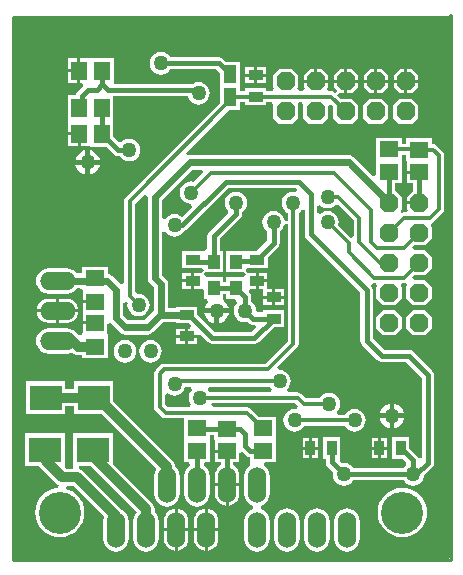
<source format=gbl>
%FSLAX44Y44*%
%MOMM*%
G71*
G01*
G75*
G04 Layer_Physical_Order=2*
G04 Layer_Color=16711680*
%ADD10R,0.5588X1.2700*%
%ADD11R,1.2700X0.5588*%
%ADD12R,2.5146X3.5052*%
%ADD13R,3.5052X2.5146*%
%ADD14R,1.3208X1.6002*%
%ADD15R,1.2192X1.2192*%
%ADD16R,0.6604X2.0320*%
%ADD17R,1.2192X1.2192*%
%ADD18R,2.0066X1.5240*%
%ADD19R,2.0066X3.8100*%
%ADD20R,1.6002X1.3208*%
%ADD21C,0.8128*%
%ADD22C,0.4064*%
%ADD23C,0.3048*%
%ADD24C,0.3050*%
%ADD25C,0.4060*%
%ADD26C,0.2540*%
G04:AMPARAMS|DCode=27|XSize=1.524mm|YSize=1.524mm|CornerRadius=0mm|HoleSize=0mm|Usage=FLASHONLY|Rotation=0.000|XOffset=0mm|YOffset=0mm|HoleType=Round|Shape=Octagon|*
%AMOCTAGOND27*
4,1,8,0.7620,-0.3810,0.7620,0.3810,0.3810,0.7620,-0.3810,0.7620,-0.7620,0.3810,-0.7620,-0.3810,-0.3810,-0.7620,0.3810,-0.7620,0.7620,-0.3810,0.0*
%
%ADD27OCTAGOND27*%

%ADD28O,3.0480X1.5240*%
%ADD29O,1.5240X3.0480*%
G04:AMPARAMS|DCode=30|XSize=1.524mm|YSize=1.524mm|CornerRadius=0mm|HoleSize=0mm|Usage=FLASHONLY|Rotation=270.000|XOffset=0mm|YOffset=0mm|HoleType=Round|Shape=Octagon|*
%AMOCTAGOND30*
4,1,8,-0.3810,-0.7620,0.3810,-0.7620,0.7620,-0.3810,0.7620,0.3810,0.3810,0.7620,-0.3810,0.7620,-0.7620,0.3810,-0.7620,-0.3810,-0.3810,-0.7620,0.0*
%
%ADD30OCTAGOND30*%

%ADD31C,3.5560*%
%ADD32C,1.2700*%
%ADD33R,0.8128X1.2192*%
%ADD34R,1.2192X0.8128*%
%ADD35R,1.0160X1.5240*%
%ADD36R,1.0160X1.2192*%
%ADD37R,2.7432X2.1590*%
%ADD38C,0.6096*%
G36*
X370000Y1796D02*
X368204Y-0D01*
X-0Y-0D01*
X-0Y460000D01*
X185000Y460000D01*
X370000D01*
Y1796D01*
D02*
G37*
%LPC*%
G36*
X324104Y211328D02*
X313436D01*
X308102Y205994D01*
Y195326D01*
X313436Y189992D01*
X324104D01*
X329438Y195326D01*
Y205994D01*
X324104Y211328D01*
D02*
G37*
G36*
X155956Y187850D02*
X148590D01*
Y182516D01*
X155956D01*
Y187850D01*
D02*
G37*
G36*
X146050Y195724D02*
X138684D01*
Y190390D01*
X146050D01*
Y195724D01*
D02*
G37*
G36*
X349504Y211328D02*
X338836D01*
X333502Y205994D01*
Y195326D01*
X338836Y189992D01*
X349504D01*
X354838Y195326D01*
Y205994D01*
X349504Y211328D01*
D02*
G37*
G36*
X95250Y186009D02*
X92797Y185686D01*
X90511Y184739D01*
X88547Y183233D01*
X87041Y181269D01*
X86094Y178983D01*
X85771Y176530D01*
X86094Y174077D01*
X87041Y171791D01*
X88547Y169827D01*
X90511Y168321D01*
X92797Y167374D01*
X95250Y167051D01*
X97703Y167374D01*
X99990Y168321D01*
X101953Y169827D01*
X103459Y171791D01*
X104406Y174077D01*
X104729Y176530D01*
X104406Y178983D01*
X103459Y181269D01*
X101953Y183233D01*
X99990Y184739D01*
X97703Y185686D01*
X95250Y186009D01*
D02*
G37*
G36*
X85344Y151257D02*
X51816D01*
Y144587D01*
X44704D01*
Y151257D01*
X11176D01*
Y123571D01*
X44704D01*
Y130241D01*
X51816D01*
Y123571D01*
X75834D01*
X122105Y77300D01*
X121491Y76500D01*
X120417Y73905D01*
X120050Y71120D01*
Y55880D01*
X120417Y53095D01*
X121491Y50500D01*
X123202Y48271D01*
X125430Y46561D01*
X128025Y45487D01*
X130810Y45120D01*
X133595Y45487D01*
X136190Y46561D01*
X138419Y48271D01*
X140128Y50500D01*
X141203Y53095D01*
X141570Y55880D01*
Y71120D01*
X141203Y73905D01*
X140128Y76500D01*
X138419Y78728D01*
X137936Y79099D01*
X137739Y80597D01*
X137381Y81462D01*
X137022Y82327D01*
X135882Y83812D01*
X85344Y134351D01*
Y151257D01*
D02*
G37*
G36*
X146050Y187850D02*
X138684D01*
Y182516D01*
X146050D01*
Y187850D01*
D02*
G37*
G36*
X116840Y186009D02*
X114387Y185686D01*
X112100Y184739D01*
X110137Y183233D01*
X108631Y181269D01*
X107684Y178983D01*
X107361Y176530D01*
X107684Y174077D01*
X108631Y171791D01*
X110137Y169827D01*
X112100Y168321D01*
X114387Y167374D01*
X116840Y167051D01*
X119293Y167374D01*
X121580Y168321D01*
X123543Y169827D01*
X125049Y171791D01*
X125996Y174077D01*
X126319Y176530D01*
X125996Y178983D01*
X125049Y181269D01*
X123543Y183233D01*
X121580Y184739D01*
X119293Y185686D01*
X116840Y186009D01*
D02*
G37*
G36*
X36830Y209550D02*
X20399D01*
X20582Y208168D01*
X21605Y205696D01*
X23234Y203574D01*
X25356Y201945D01*
X27828Y200921D01*
X30480Y200572D01*
X36830D01*
Y209550D01*
D02*
G37*
G36*
Y221068D02*
X30480D01*
X27828Y220718D01*
X25356Y219695D01*
X23234Y218066D01*
X21605Y215944D01*
X20582Y213472D01*
X20399Y212090D01*
X36830D01*
Y221068D01*
D02*
G37*
G36*
X162560Y24130D02*
X153582D01*
Y17780D01*
X153932Y15128D01*
X154955Y12656D01*
X156584Y10534D01*
X158706Y8905D01*
X161178Y7882D01*
X162560Y7699D01*
Y24130D01*
D02*
G37*
G36*
X219710Y221090D02*
X212344D01*
Y215756D01*
X219710D01*
Y221090D01*
D02*
G37*
G36*
X45720Y221068D02*
X39370D01*
Y212090D01*
X55800D01*
X55619Y213472D01*
X54595Y215944D01*
X52966Y218066D01*
X50844Y219695D01*
X48372Y220718D01*
X45720Y221068D01*
D02*
G37*
G36*
X55800Y209550D02*
X39370D01*
Y200572D01*
X45720D01*
X48372Y200921D01*
X50844Y201945D01*
X52966Y203574D01*
X54595Y205696D01*
X55619Y208168D01*
X55800Y209550D01*
D02*
G37*
G36*
X229616Y221090D02*
X222250D01*
Y215756D01*
X229616D01*
Y221090D01*
D02*
G37*
G36*
X174078Y24130D02*
X165100D01*
Y7699D01*
X166482Y7882D01*
X168954Y8905D01*
X171076Y10534D01*
X172705Y12656D01*
X173729Y15128D01*
X174078Y17780D01*
Y24130D01*
D02*
G37*
G36*
X330000Y60929D02*
X325917Y60527D01*
X321991Y59336D01*
X318373Y57402D01*
X315201Y54799D01*
X312598Y51627D01*
X310664Y48009D01*
X309473Y44083D01*
X309071Y40000D01*
X309473Y35917D01*
X310664Y31991D01*
X312598Y28373D01*
X315201Y25201D01*
X318373Y22598D01*
X321991Y20664D01*
X325917Y19473D01*
X330000Y19071D01*
X334083Y19473D01*
X338009Y20664D01*
X341627Y22598D01*
X344799Y25201D01*
X347402Y28373D01*
X349336Y31991D01*
X350527Y35917D01*
X350929Y40000D01*
X350527Y44083D01*
X349336Y48009D01*
X347402Y51627D01*
X344799Y54799D01*
X341627Y57402D01*
X338009Y59336D01*
X334083Y60527D01*
X330000Y60929D01*
D02*
G37*
G36*
X137160Y43101D02*
X135778Y42919D01*
X133306Y41895D01*
X131184Y40266D01*
X129555Y38144D01*
X128532Y35672D01*
X128182Y33020D01*
Y26670D01*
X137160D01*
Y43101D01*
D02*
G37*
G36*
X258791Y93230D02*
X253457D01*
Y85864D01*
X258791D01*
Y93230D01*
D02*
G37*
G36*
X250917D02*
X245583D01*
Y85864D01*
X250917D01*
Y93230D01*
D02*
G37*
G36*
X317211D02*
X311877D01*
Y85864D01*
X317211D01*
Y93230D01*
D02*
G37*
G36*
X309337D02*
X304003D01*
Y85864D01*
X309337D01*
Y93230D01*
D02*
G37*
G36*
X85090Y107061D02*
X51562D01*
Y79563D01*
X51562Y79375D01*
X51107Y77023D01*
X44905D01*
X44450Y79375D01*
X44450Y79375D01*
X44450Y79375D01*
Y107061D01*
X10922D01*
Y79375D01*
X22445D01*
X23122Y78494D01*
X36838Y64778D01*
X38323Y63638D01*
X39188Y63279D01*
X38567Y60788D01*
X35917Y60527D01*
X31991Y59336D01*
X28373Y57402D01*
X25201Y54799D01*
X22598Y51627D01*
X20664Y48009D01*
X19473Y44083D01*
X19071Y40000D01*
X19473Y35917D01*
X20664Y31991D01*
X22598Y28373D01*
X25201Y25201D01*
X28373Y22598D01*
X31991Y20664D01*
X35917Y19473D01*
X40000Y19071D01*
X44083Y19473D01*
X48009Y20664D01*
X51627Y22598D01*
X54799Y25201D01*
X57402Y28373D01*
X59336Y31991D01*
X60527Y35917D01*
X60929Y40000D01*
X60527Y44083D01*
X59336Y48009D01*
X57402Y51627D01*
X54799Y54799D01*
X51627Y57402D01*
X48009Y59336D01*
X45369Y60137D01*
X45746Y62677D01*
X51639D01*
X77610Y36706D01*
X77237Y35805D01*
X76870Y33020D01*
Y17780D01*
X77237Y14995D01*
X78312Y12400D01*
X80021Y10172D01*
X82250Y8461D01*
X84845Y7387D01*
X87630Y7020D01*
X90415Y7387D01*
X93010Y8461D01*
X95239Y10172D01*
X96948Y12400D01*
X98023Y14995D01*
X98390Y17780D01*
Y33020D01*
X98023Y35805D01*
X96948Y38400D01*
X95239Y40628D01*
X93010Y42339D01*
X91740Y42864D01*
X59682Y74922D01*
X58197Y76062D01*
X56973Y76569D01*
X56467Y76779D01*
X56041Y76835D01*
X56207Y79375D01*
X66690D01*
X105422Y40643D01*
X105421Y40628D01*
X103712Y38400D01*
X102637Y35805D01*
X102270Y33020D01*
Y17780D01*
X102637Y14995D01*
X103712Y12400D01*
X105421Y10172D01*
X107650Y8461D01*
X110245Y7387D01*
X113030Y7020D01*
X115815Y7387D01*
X118410Y8461D01*
X120639Y10172D01*
X122348Y12400D01*
X123423Y14995D01*
X123790Y17780D01*
Y33020D01*
X123423Y35805D01*
X122348Y38400D01*
X120639Y40628D01*
X120203Y40962D01*
Y43180D01*
X119959Y45037D01*
X119749Y45543D01*
X119242Y46767D01*
X118102Y48252D01*
X85090Y81265D01*
Y107061D01*
D02*
G37*
G36*
X165100Y43101D02*
Y26670D01*
X174078D01*
Y33020D01*
X173729Y35672D01*
X172705Y38144D01*
X171076Y40266D01*
X168954Y41895D01*
X166482Y42919D01*
X165100Y43101D01*
D02*
G37*
G36*
X162560D02*
X161178Y42919D01*
X158706Y41895D01*
X156584Y40266D01*
X154955Y38144D01*
X153932Y35672D01*
X153582Y33020D01*
Y26670D01*
X162560D01*
Y43101D01*
D02*
G37*
G36*
X191858Y62230D02*
X182880D01*
Y45799D01*
X184262Y45981D01*
X186734Y47005D01*
X188856Y48634D01*
X190485Y50756D01*
X191509Y53228D01*
X191858Y55880D01*
Y62230D01*
D02*
G37*
G36*
X180340D02*
X171362D01*
Y55880D01*
X171712Y53228D01*
X172735Y50756D01*
X174364Y48634D01*
X176486Y47005D01*
X178958Y45981D01*
X180340Y45799D01*
Y62230D01*
D02*
G37*
G36*
X319278Y132156D02*
X318591Y132066D01*
X316058Y131017D01*
X313883Y129347D01*
X312213Y127172D01*
X311164Y124639D01*
X311074Y123952D01*
X319278D01*
Y132156D01*
D02*
G37*
G36*
X331546Y119888D02*
X323342D01*
Y111684D01*
X324029Y111774D01*
X326562Y112823D01*
X328737Y114493D01*
X330407Y116668D01*
X331456Y119201D01*
X331546Y119888D01*
D02*
G37*
G36*
X139700Y43101D02*
Y26670D01*
X148678D01*
Y33020D01*
X148329Y35672D01*
X147305Y38144D01*
X145676Y40266D01*
X143554Y41895D01*
X141082Y42919D01*
X139700Y43101D01*
D02*
G37*
G36*
X323342Y132156D02*
Y123952D01*
X331546D01*
X331456Y124639D01*
X330407Y127172D01*
X328737Y129347D01*
X326562Y131017D01*
X324029Y132066D01*
X323342Y132156D01*
D02*
G37*
G36*
X319278Y119888D02*
X311074D01*
X311164Y119201D01*
X312213Y116668D01*
X313883Y114493D01*
X316058Y112823D01*
X318591Y111774D01*
X319278Y111684D01*
Y119888D01*
D02*
G37*
G36*
X258791Y103136D02*
X253457D01*
Y95770D01*
X258791D01*
Y103136D01*
D02*
G37*
G36*
X250917D02*
X245583D01*
Y95770D01*
X250917D01*
Y103136D01*
D02*
G37*
G36*
X317211D02*
X311877D01*
Y95770D01*
X317211D01*
Y103136D01*
D02*
G37*
G36*
X309337D02*
X304003D01*
Y95770D01*
X309337D01*
Y103136D01*
D02*
G37*
G36*
X214376Y409050D02*
X207010D01*
Y403716D01*
X214376D01*
Y409050D01*
D02*
G37*
G36*
X204470D02*
X197104D01*
Y403716D01*
X204470D01*
Y409050D01*
D02*
G37*
G36*
X261620Y415290D02*
X257810D01*
Y406400D01*
X266700D01*
Y410210D01*
X261620Y415290D01*
D02*
G37*
G36*
X255270D02*
X251460D01*
X246380Y410210D01*
Y406400D01*
X255270D01*
Y415290D01*
D02*
G37*
G36*
X54610Y412750D02*
X46736D01*
Y403479D01*
X54610D01*
Y412750D01*
D02*
G37*
G36*
X317500Y403860D02*
X308610D01*
Y394970D01*
X312420D01*
X317500Y400050D01*
Y403860D01*
D02*
G37*
G36*
X306070D02*
X297180D01*
Y400050D01*
X302260Y394970D01*
X306070D01*
Y403860D01*
D02*
G37*
G36*
X342900D02*
X334010D01*
Y394970D01*
X337820D01*
X342900Y400050D01*
Y403860D01*
D02*
G37*
G36*
X331470D02*
X322580D01*
Y400050D01*
X327660Y394970D01*
X331470D01*
Y403860D01*
D02*
G37*
G36*
X204470Y416924D02*
X197104D01*
Y411590D01*
X204470D01*
Y416924D01*
D02*
G37*
G36*
X337820Y415290D02*
X334010D01*
Y406400D01*
X342900D01*
Y410210D01*
X337820Y415290D01*
D02*
G37*
G36*
X54610Y424561D02*
X46736D01*
Y415290D01*
X54610D01*
Y424561D01*
D02*
G37*
G36*
X214376Y416924D02*
X207010D01*
Y411590D01*
X214376D01*
Y416924D01*
D02*
G37*
G36*
X331470Y415290D02*
X327660D01*
X322580Y410210D01*
Y406400D01*
X331470D01*
Y415290D01*
D02*
G37*
G36*
X287020D02*
X283210D01*
Y406400D01*
X292100D01*
Y410210D01*
X287020Y415290D01*
D02*
G37*
G36*
X280670D02*
X276860D01*
X271780Y410210D01*
Y406400D01*
X280670D01*
Y415290D01*
D02*
G37*
G36*
X312420D02*
X308610D01*
Y406400D01*
X317500D01*
Y410210D01*
X312420Y415290D01*
D02*
G37*
G36*
X306070D02*
X302260D01*
X297180Y410210D01*
Y406400D01*
X306070D01*
Y415290D01*
D02*
G37*
G36*
X257810Y43780D02*
X255025Y43413D01*
X252430Y42339D01*
X250201Y40628D01*
X248491Y38400D01*
X247417Y35805D01*
X247050Y33020D01*
Y17780D01*
X247417Y14995D01*
X248491Y12400D01*
X250201Y10172D01*
X252430Y8461D01*
X255025Y7387D01*
X257810Y7020D01*
X260595Y7387D01*
X263190Y8461D01*
X265418Y10172D01*
X267129Y12400D01*
X268203Y14995D01*
X268570Y17780D01*
Y33020D01*
X268203Y35805D01*
X267129Y38400D01*
X265418Y40628D01*
X263190Y42339D01*
X260595Y43413D01*
X257810Y43780D01*
D02*
G37*
G36*
X283210D02*
X280425Y43413D01*
X277830Y42339D01*
X275602Y40628D01*
X273892Y38400D01*
X272817Y35805D01*
X272450Y33020D01*
Y17780D01*
X272817Y14995D01*
X273892Y12400D01*
X275602Y10172D01*
X277830Y8461D01*
X280425Y7387D01*
X283210Y7020D01*
X285995Y7387D01*
X288590Y8461D01*
X290819Y10172D01*
X292528Y12400D01*
X293603Y14995D01*
X293970Y17780D01*
Y33020D01*
X293603Y35805D01*
X292528Y38400D01*
X290819Y40628D01*
X288590Y42339D01*
X285995Y43413D01*
X283210Y43780D01*
D02*
G37*
G36*
X61468Y334518D02*
X53264D01*
X53354Y333831D01*
X54403Y331298D01*
X56073Y329123D01*
X58248Y327453D01*
X60781Y326404D01*
X61468Y326314D01*
Y334518D01*
D02*
G37*
G36*
X232410Y43780D02*
X229625Y43413D01*
X227030Y42339D01*
X224802Y40628D01*
X223092Y38400D01*
X222017Y35805D01*
X221650Y33020D01*
Y17780D01*
X222017Y14995D01*
X223092Y12400D01*
X224802Y10172D01*
X227030Y8461D01*
X229625Y7387D01*
X232410Y7020D01*
X235195Y7387D01*
X237790Y8461D01*
X240019Y10172D01*
X241728Y12400D01*
X242803Y14995D01*
X243170Y17780D01*
Y33020D01*
X242803Y35805D01*
X241728Y38400D01*
X240019Y40628D01*
X237790Y42339D01*
X235195Y43413D01*
X232410Y43780D01*
D02*
G37*
G36*
X208280Y242714D02*
Y237380D01*
X215646D01*
Y242714D01*
X208280D01*
D02*
G37*
G36*
X229616Y228964D02*
X222250D01*
Y223630D01*
X229616D01*
Y228964D01*
D02*
G37*
G36*
X215646Y234840D02*
X208280D01*
Y229506D01*
X210028D01*
X212344Y228964D01*
X212344Y226966D01*
Y223630D01*
X219710D01*
Y228964D01*
X217962D01*
X215646Y229506D01*
X215646Y231504D01*
Y234840D01*
D02*
G37*
G36*
X137160Y24130D02*
X128182D01*
Y17780D01*
X128532Y15128D01*
X129555Y12656D01*
X131184Y10534D01*
X133306Y8905D01*
X135778Y7882D01*
X137160Y7699D01*
Y24130D01*
D02*
G37*
G36*
X148678D02*
X139700D01*
Y7699D01*
X141082Y7882D01*
X143554Y8905D01*
X145676Y10534D01*
X147305Y12656D01*
X148329Y15128D01*
X148678Y17780D01*
Y24130D01*
D02*
G37*
G36*
X338074Y390398D02*
X327406D01*
X322072Y385064D01*
Y374396D01*
X327406Y369062D01*
X338074D01*
X343408Y374396D01*
Y385064D01*
X338074Y390398D01*
D02*
G37*
G36*
X312674D02*
X302006D01*
X296672Y385064D01*
Y374396D01*
X302006Y369062D01*
X312674D01*
X318008Y374396D01*
Y385064D01*
X312674Y390398D01*
D02*
G37*
G36*
X292100Y403860D02*
X283210D01*
Y394970D01*
X287020D01*
X292100Y400050D01*
Y403860D01*
D02*
G37*
G36*
X66388Y425069D02*
X64058Y424561D01*
X63848D01*
X57150D01*
Y414020D01*
Y403479D01*
X58638D01*
X59264Y402491D01*
X59604Y400939D01*
X54757Y396092D01*
X53635Y394412D01*
X53417Y393319D01*
X46736D01*
Y371221D01*
X47244D01*
Y361950D01*
X56388D01*
Y360680D01*
X57658D01*
Y350139D01*
X65532D01*
X65888Y349631D01*
Y349631D01*
X79264D01*
X85597Y343298D01*
X87278Y342175D01*
X89260Y341781D01*
X90938D01*
X92107Y340257D01*
X94070Y338751D01*
X96357Y337804D01*
X98810Y337481D01*
X101263Y337804D01*
X103550Y338751D01*
X105513Y340257D01*
X107019Y342220D01*
X107966Y344507D01*
X108289Y346960D01*
X107966Y349413D01*
X107019Y351700D01*
X105513Y353663D01*
X103550Y355169D01*
X101263Y356116D01*
X98810Y356439D01*
X96357Y356116D01*
X94070Y355169D01*
X92107Y353663D01*
X90019Y353526D01*
X85192Y358353D01*
Y371221D01*
Y392331D01*
X148401D01*
X149271Y390230D01*
X150777Y388267D01*
X152740Y386761D01*
X155027Y385814D01*
X157480Y385491D01*
X159933Y385814D01*
X162220Y386761D01*
X164183Y388267D01*
X165689Y390230D01*
X166636Y392517D01*
X166959Y394970D01*
X166636Y397423D01*
X165689Y399710D01*
X164183Y401673D01*
X162220Y403179D01*
X159933Y404126D01*
X157480Y404449D01*
X155027Y404126D01*
X152740Y403179D01*
X152102Y402690D01*
X88115D01*
X85692Y402971D01*
Y425069D01*
X67354D01*
X66427Y425069D01*
X66388D01*
D02*
G37*
G36*
X125730Y429849D02*
X123277Y429526D01*
X120990Y428579D01*
X119027Y427073D01*
X117521Y425109D01*
X116574Y422823D01*
X116251Y420370D01*
X116574Y417917D01*
X117521Y415630D01*
X119027Y413667D01*
X120990Y412161D01*
X123277Y411214D01*
X125730Y410891D01*
X128183Y411214D01*
X130470Y412161D01*
X132433Y413667D01*
X133602Y415191D01*
X172607D01*
X176022Y411775D01*
Y400304D01*
Y387084D01*
X95764Y306826D01*
X94753Y305314D01*
X94694Y305018D01*
X94398Y303530D01*
Y234015D01*
X92565Y233227D01*
X91858Y233162D01*
X84405Y240615D01*
X82389Y241962D01*
X81994Y242041D01*
X80899Y242259D01*
Y248252D01*
X58801D01*
Y242435D01*
X54397D01*
X53328Y243829D01*
X51100Y245539D01*
X48505Y246613D01*
X45720Y246980D01*
X30480D01*
X27695Y246613D01*
X25100Y245539D01*
X22871Y243829D01*
X21161Y241600D01*
X20087Y239005D01*
X19720Y236220D01*
X20087Y233435D01*
X21161Y230840D01*
X22871Y228612D01*
X25100Y226901D01*
X27695Y225827D01*
X30480Y225460D01*
X45720D01*
X48505Y225827D01*
X51100Y226901D01*
X53328Y228612D01*
X54397Y230005D01*
X56699D01*
X58801Y228948D01*
X59301Y227606D01*
X59309Y227584D01*
X59309Y225044D01*
Y219710D01*
X69850D01*
Y217170D01*
X59309D01*
Y209296D01*
Y201930D01*
X69850D01*
Y199390D01*
X59309D01*
Y192692D01*
Y192481D01*
X58801Y190152D01*
X56261Y190104D01*
X55872Y190492D01*
X54419Y191608D01*
X53328Y193029D01*
X51100Y194739D01*
X48505Y195813D01*
X45720Y196180D01*
X30480D01*
X27695Y195813D01*
X25100Y194739D01*
X22871Y193029D01*
X21161Y190800D01*
X20087Y188205D01*
X19720Y185420D01*
X20087Y182635D01*
X21161Y180040D01*
X22871Y177812D01*
X25100Y176101D01*
X27695Y175027D01*
X30480Y174660D01*
X45720D01*
X48505Y175027D01*
X50304Y175772D01*
X50648Y175428D01*
X52133Y174288D01*
X53357Y173781D01*
X53863Y173571D01*
X55720Y173327D01*
X58801D01*
Y170848D01*
X80899D01*
Y189186D01*
X80899Y190113D01*
Y190152D01*
X80391Y192481D01*
Y192692D01*
Y199760D01*
X82931Y200530D01*
X83235Y200075D01*
X90855Y192455D01*
X92871Y191108D01*
X93266Y191029D01*
X95250Y190635D01*
X114300D01*
X116284Y191029D01*
X116679Y191108D01*
X118695Y192455D01*
X127289Y201049D01*
X138176D01*
Y200152D01*
X149393D01*
X151474Y198071D01*
X150502Y195724D01*
X148590D01*
Y190390D01*
X156245D01*
X158303Y191242D01*
X165247Y184298D01*
X166928Y183175D01*
X168910Y182780D01*
X204724D01*
X206706Y183175D01*
X208386Y184298D01*
X221193Y197104D01*
X230124D01*
Y211328D01*
X211836D01*
Y209394D01*
X207580D01*
X206329Y210820D01*
X206006Y213273D01*
X205059Y215560D01*
X203553Y217523D01*
X202027Y218693D01*
Y222680D01*
X201633Y224661D01*
X200511Y226341D01*
X199886Y226966D01*
X200938Y229506D01*
X205740D01*
Y236110D01*
Y242714D01*
X200471D01*
X199942Y242714D01*
X199741Y242733D01*
X199484Y242757D01*
X199484Y242757D01*
X198711Y242966D01*
X197666Y245190D01*
X197642Y245273D01*
X198594Y247142D01*
X216154D01*
Y256076D01*
X224641Y264563D01*
X225391Y265685D01*
X225763Y266243D01*
X226157Y268224D01*
Y271770D01*
X226159Y271780D01*
Y277878D01*
X227683Y279047D01*
X229189Y281010D01*
X230136Y283297D01*
X230288Y284454D01*
X232828Y284287D01*
Y184811D01*
X213969Y165952D01*
X128270D01*
X126782Y165656D01*
X126486Y165597D01*
X124974Y164586D01*
X121164Y160776D01*
X120153Y159264D01*
X120094Y158968D01*
X119798Y157480D01*
Y129540D01*
X120094Y128052D01*
X120153Y127756D01*
X121164Y126244D01*
X126244Y121164D01*
X127756Y120153D01*
X129540Y119798D01*
X145161D01*
Y101600D01*
Y82448D01*
X149276D01*
X150139Y79908D01*
X148602Y78728D01*
X146891Y76500D01*
X145817Y73905D01*
X145450Y71120D01*
Y55880D01*
X145817Y53095D01*
X146891Y50500D01*
X148602Y48271D01*
X150830Y46561D01*
X153425Y45487D01*
X156210Y45120D01*
X158995Y45487D01*
X161590Y46561D01*
X163818Y48271D01*
X165529Y50500D01*
X166603Y53095D01*
X166970Y55880D01*
Y71120D01*
X166603Y73905D01*
X165529Y76500D01*
X163818Y78728D01*
X162281Y79908D01*
X163144Y82448D01*
X167259D01*
Y101600D01*
Y105920D01*
X170561D01*
Y101448D01*
X170561D01*
X171069Y101092D01*
Y93218D01*
X181610D01*
Y90678D01*
X171069D01*
Y82804D01*
X176430D01*
Y79952D01*
X174364Y78366D01*
X172735Y76244D01*
X171712Y73772D01*
X171362Y71120D01*
Y64770D01*
X191858D01*
Y71120D01*
X191509Y73772D01*
X190485Y76244D01*
X188856Y78366D01*
X186789Y79952D01*
Y82804D01*
X192151D01*
Y90302D01*
X194691Y91354D01*
X197607Y88438D01*
X199288Y87315D01*
X201041Y86966D01*
Y82944D01*
X201041Y82453D01*
Y82448D01*
X200975Y79935D01*
X199401Y78728D01*
X197691Y76500D01*
X196617Y73905D01*
X196250Y71120D01*
Y55880D01*
X196617Y53095D01*
X197691Y50500D01*
X199401Y48271D01*
X201630Y46561D01*
X203565Y45760D01*
Y43140D01*
X201630Y42339D01*
X199401Y40628D01*
X197691Y38400D01*
X196617Y35805D01*
X196250Y33020D01*
Y17780D01*
X196617Y14995D01*
X197691Y12400D01*
X199401Y10172D01*
X201630Y8461D01*
X204225Y7387D01*
X207010Y7020D01*
X209795Y7387D01*
X212390Y8461D01*
X214618Y10172D01*
X216329Y12400D01*
X217403Y14995D01*
X217770Y17780D01*
Y33020D01*
X217403Y35805D01*
X216329Y38400D01*
X214618Y40628D01*
X212390Y42339D01*
X210455Y43140D01*
Y45760D01*
X212390Y46561D01*
X214618Y48271D01*
X216329Y50500D01*
X217403Y53095D01*
X217770Y55880D01*
Y71120D01*
X217403Y73905D01*
X216329Y76500D01*
X214618Y78728D01*
X213081Y79908D01*
X213944Y82448D01*
X223139D01*
Y101600D01*
Y120904D01*
X209030D01*
X202178Y127756D01*
X200666Y128767D01*
X200370Y128826D01*
X198882Y129122D01*
X169687D01*
X168276Y131662D01*
X168796Y132498D01*
X239369D01*
X241678Y130189D01*
X241180Y127489D01*
X240978Y127297D01*
X238760Y127589D01*
X236307Y127266D01*
X234021Y126319D01*
X232057Y124813D01*
X230551Y122850D01*
X229604Y120563D01*
X229281Y118110D01*
X229604Y115657D01*
X230551Y113371D01*
X232057Y111407D01*
X234021Y109901D01*
X236307Y108954D01*
X238760Y108631D01*
X241213Y108954D01*
X243500Y109901D01*
X245463Y111407D01*
X246969Y113371D01*
X247001Y113448D01*
X281318D01*
X281351Y113371D01*
X282857Y111407D01*
X284820Y109901D01*
X287107Y108954D01*
X289560Y108631D01*
X292013Y108954D01*
X294300Y109901D01*
X296263Y111407D01*
X297769Y113371D01*
X298716Y115657D01*
X299039Y118110D01*
X298716Y120563D01*
X297769Y122850D01*
X296263Y124813D01*
X294300Y126319D01*
X292013Y127266D01*
X289560Y127589D01*
X287107Y127266D01*
X284820Y126319D01*
X282857Y124813D01*
X281351Y122850D01*
X281318Y122772D01*
X275449D01*
X274587Y125312D01*
X274673Y125377D01*
X276179Y127340D01*
X277126Y129627D01*
X277449Y132080D01*
X277126Y134533D01*
X276179Y136819D01*
X274673Y138783D01*
X272710Y140289D01*
X270423Y141236D01*
X267970Y141559D01*
X265517Y141236D01*
X263230Y140289D01*
X261267Y138783D01*
X259761Y136819D01*
X259729Y136742D01*
X248311D01*
X244596Y140456D01*
X243084Y141467D01*
X242788Y141526D01*
X241300Y141822D01*
X233539D01*
X232677Y144362D01*
X232763Y144427D01*
X234269Y146390D01*
X235216Y148677D01*
X235539Y151130D01*
X235216Y153583D01*
X234269Y155870D01*
X232763Y157833D01*
X230800Y159339D01*
X228513Y160286D01*
X226060Y160609D01*
X225304Y160510D01*
X224118Y162915D01*
X240786Y179584D01*
X241797Y181096D01*
X242152Y182880D01*
Y294018D01*
X242229Y294051D01*
X244193Y295557D01*
X245011Y296623D01*
X247551Y295761D01*
Y275590D01*
X247945Y273608D01*
X249067Y271928D01*
X294541Y226455D01*
Y185420D01*
X294935Y183438D01*
X296057Y181758D01*
X308757Y169058D01*
X310438Y167935D01*
X312420Y167540D01*
X333135D01*
X346610Y154065D01*
Y86586D01*
X346396Y86489D01*
X343875Y86143D01*
X342752Y87824D01*
X335863Y94713D01*
Y103644D01*
X321639D01*
Y85356D01*
X330570D01*
X333378Y82548D01*
X333245Y79751D01*
X332387Y79093D01*
X331218Y77569D01*
X288542D01*
X287373Y79093D01*
X285410Y80599D01*
X283123Y81546D01*
X280670Y81869D01*
X279343Y81694D01*
X277331Y83613D01*
X277443Y85356D01*
X277443D01*
Y103644D01*
X263219D01*
Y85356D01*
X265151D01*
Y82440D01*
X265546Y80458D01*
X266668Y78777D01*
X271408Y74038D01*
X271191Y72390D01*
X271514Y69937D01*
X272461Y67650D01*
X273967Y65687D01*
X275931Y64181D01*
X278217Y63234D01*
X280670Y62911D01*
X283123Y63234D01*
X285410Y64181D01*
X287373Y65687D01*
X288542Y67210D01*
X331218D01*
X332387Y65687D01*
X334351Y64181D01*
X336637Y63234D01*
X339090Y62911D01*
X341543Y63234D01*
X343829Y64181D01*
X345793Y65687D01*
X347299Y67650D01*
X348246Y69937D01*
X348476Y71681D01*
X355452Y78658D01*
X356575Y80338D01*
X356969Y82320D01*
Y156210D01*
X356575Y158192D01*
X355452Y159873D01*
X338942Y176383D01*
X337262Y177505D01*
X335280Y177899D01*
X314565D01*
X304900Y187565D01*
Y228600D01*
X304505Y230582D01*
X303416Y232212D01*
X303507Y232432D01*
X304907Y234330D01*
X306070Y234098D01*
X307488D01*
X308460Y231752D01*
X308102Y231394D01*
Y220726D01*
X313436Y215392D01*
X324104D01*
X329438Y220726D01*
Y231394D01*
X329080Y231752D01*
X330052Y234098D01*
X331470D01*
X332958Y234394D01*
X333663Y233678D01*
X334396Y232288D01*
X333502Y231394D01*
Y220726D01*
X338836Y215392D01*
X349504D01*
X354838Y220726D01*
Y231394D01*
X349504Y236728D01*
X339622D01*
X338383Y239080D01*
X340094Y240792D01*
X349504D01*
X354838Y246126D01*
Y256794D01*
X349504Y262128D01*
X339622D01*
X338383Y264480D01*
X340094Y266192D01*
X349504D01*
X354838Y271526D01*
Y282194D01*
X354447Y282585D01*
X354496Y283853D01*
X355160Y285464D01*
X356356Y286264D01*
X363976Y293884D01*
X364987Y295396D01*
X365046Y295692D01*
X365342Y297180D01*
Y342900D01*
X365046Y344388D01*
X364987Y344684D01*
X363976Y346196D01*
X359556Y350616D01*
X358044Y351627D01*
X357748Y351686D01*
X356260Y351982D01*
X355295D01*
Y356972D01*
X333197D01*
Y352134D01*
X329819D01*
Y357124D01*
X307721D01*
Y337820D01*
Y325418D01*
X305374Y324446D01*
X288875Y340945D01*
X286859Y342292D01*
X286464Y342371D01*
X284480Y342765D01*
X149860D01*
X148137Y342423D01*
X146745Y344622D01*
X183374Y381252D01*
X192278D01*
Y387514D01*
X196596D01*
Y385064D01*
X214884D01*
Y387514D01*
X219604D01*
X220576Y385168D01*
X220472Y385064D01*
Y374396D01*
X225806Y369062D01*
X236474D01*
X241808Y374396D01*
Y385064D01*
X241704Y385168D01*
X242657Y387468D01*
X245023D01*
X245976Y385168D01*
X245872Y385064D01*
Y374396D01*
X251206Y369062D01*
X261874D01*
X267208Y374396D01*
Y384277D01*
X269560Y385517D01*
X271272Y383806D01*
Y374396D01*
X276606Y369062D01*
X287274D01*
X292608Y374396D01*
Y385064D01*
X287274Y390398D01*
X277864D01*
X275106Y393157D01*
X276884Y394970D01*
X280670D01*
Y403860D01*
X271780D01*
Y400050D01*
X274544Y397286D01*
X272790Y395472D01*
X271278Y396483D01*
X270982Y396542D01*
X269494Y396838D01*
X266806D01*
X265834Y399184D01*
X266700Y400050D01*
Y403860D01*
X246380D01*
Y400050D01*
X247246Y399184D01*
X246274Y396838D01*
X242168D01*
X241196Y399184D01*
X241808Y399796D01*
Y410464D01*
X236474Y415798D01*
X225806D01*
X220472Y410464D01*
Y399796D01*
X221084Y399184D01*
X220112Y396838D01*
X214884D01*
Y399288D01*
X196596D01*
Y396838D01*
X192278D01*
Y400304D01*
Y421640D01*
X180807D01*
X178414Y424033D01*
X176734Y425155D01*
X174752Y425550D01*
X133602D01*
X132433Y427073D01*
X130470Y428579D01*
X128183Y429526D01*
X125730Y429849D01*
D02*
G37*
G36*
X61468Y346786D02*
X60781Y346696D01*
X58248Y345647D01*
X56073Y343977D01*
X54403Y341802D01*
X53354Y339269D01*
X53264Y338582D01*
X61468D01*
Y346786D01*
D02*
G37*
G36*
X73736Y334518D02*
X65532D01*
Y326314D01*
X66219Y326404D01*
X68752Y327453D01*
X70927Y329123D01*
X72597Y331298D01*
X73646Y333831D01*
X73736Y334518D01*
D02*
G37*
G36*
X55118Y359410D02*
X47244D01*
Y350139D01*
X55118D01*
Y359410D01*
D02*
G37*
G36*
X65532Y346786D02*
Y338582D01*
X73736D01*
X73646Y339269D01*
X72597Y341802D01*
X70927Y343977D01*
X68752Y345647D01*
X66219Y346696D01*
X65532Y346786D01*
D02*
G37*
%LPD*%
G36*
X112340Y309639D02*
X114435Y307340D01*
Y238760D01*
X114829Y236776D01*
X114908Y236381D01*
X116255Y234365D01*
X119515Y231105D01*
Y210854D01*
X111726Y203065D01*
X97824D01*
X93845Y207045D01*
Y217145D01*
X96385Y218272D01*
X97393Y217359D01*
X97201Y215900D01*
X97524Y213447D01*
X98471Y211161D01*
X99977Y209197D01*
X101940Y207691D01*
X104227Y206744D01*
X106680Y206421D01*
X109133Y206744D01*
X111419Y207691D01*
X113383Y209197D01*
X114889Y211161D01*
X115836Y213447D01*
X116159Y215900D01*
X115836Y218353D01*
X114889Y220639D01*
X113383Y222603D01*
X111419Y224109D01*
X109133Y225056D01*
X106680Y225379D01*
X106206Y225317D01*
X103722Y227474D01*
Y301599D01*
X111845Y309723D01*
X112340Y309639D01*
D02*
G37*
G36*
X288708Y287629D02*
Y273926D01*
X286168Y272874D01*
X275824Y283219D01*
X275856Y283297D01*
X276179Y285750D01*
X275856Y288203D01*
X274909Y290490D01*
X273403Y292453D01*
X271439Y293959D01*
X269153Y294906D01*
X266700Y295229D01*
X264247Y294906D01*
X261961Y293959D01*
X260450Y292800D01*
X258827Y293266D01*
X257910Y293904D01*
Y299186D01*
X258827Y299824D01*
X260450Y300290D01*
X261961Y299131D01*
X264247Y298184D01*
X266700Y297861D01*
X269153Y298184D01*
X271439Y299131D01*
X273403Y300637D01*
X275559Y300779D01*
X288708Y287629D01*
D02*
G37*
G36*
X333197Y337668D02*
X333197D01*
X333705Y337312D01*
Y329438D01*
X344246D01*
Y326898D01*
X333705D01*
Y319024D01*
X339067D01*
Y312397D01*
X334010Y307340D01*
Y303530D01*
X344170D01*
Y300990D01*
X334010D01*
Y297180D01*
X334622Y296568D01*
X333650Y294222D01*
X331470D01*
X329982Y293926D01*
X329277Y294642D01*
X328544Y296032D01*
X329438Y296926D01*
Y307594D01*
X324104Y312928D01*
X323950D01*
Y318668D01*
X329819D01*
Y337820D01*
Y342810D01*
X333197D01*
Y337668D01*
D02*
G37*
G36*
X240861Y313763D02*
X240446Y312701D01*
X239410Y311486D01*
X237490Y311739D01*
X235037Y311416D01*
X232750Y310469D01*
X230787Y308963D01*
X229281Y306999D01*
X228334Y304713D01*
X228011Y302260D01*
X228334Y299807D01*
X229281Y297521D01*
X230787Y295557D01*
X232750Y294051D01*
X232828Y294018D01*
Y287213D01*
X230288Y287046D01*
X230136Y288203D01*
X229189Y290490D01*
X227683Y292453D01*
X225720Y293959D01*
X223433Y294906D01*
X220980Y295229D01*
X218527Y294906D01*
X216241Y293959D01*
X214277Y292453D01*
X212771Y290490D01*
X211824Y288203D01*
X211501Y285750D01*
X211824Y283297D01*
X212771Y281010D01*
X214277Y279047D01*
X215800Y277878D01*
Y271780D01*
X215802Y271770D01*
Y270369D01*
X206800Y261366D01*
X200406D01*
X197866Y261366D01*
X197851Y261374D01*
X197848Y261375D01*
X197847Y261375D01*
X197358Y261620D01*
X197358Y261620D01*
Y261620D01*
X195431Y261620D01*
X181102D01*
Y243332D01*
X195261D01*
X195261Y243332D01*
X195775Y243332D01*
X195777D01*
X195790D01*
X195978Y243314D01*
X196264Y243285D01*
X196270Y243283D01*
X196270Y243283D01*
X196270Y243283D01*
X196270Y243283D01*
X196493Y243223D01*
X196545Y243209D01*
X196737Y243157D01*
X196745Y243155D01*
X196802Y243033D01*
X196980Y242649D01*
X197223Y242126D01*
X197371Y241807D01*
X195935Y239444D01*
X195834D01*
X181102D01*
Y235480D01*
X178308D01*
Y239444D01*
X163576D01*
X163475D01*
X162039Y241807D01*
X162187Y242126D01*
X162430Y242649D01*
X162608Y243033D01*
X162665Y243155D01*
X162673Y243157D01*
X162865Y243209D01*
X162917Y243223D01*
X163140Y243283D01*
X163140Y243283D01*
X163140Y243283D01*
X163146Y243285D01*
X163432Y243314D01*
X163620Y243332D01*
X163633D01*
X163635D01*
X164149Y243332D01*
D01*
X178308D01*
Y261620D01*
X175359D01*
Y271795D01*
X192892Y289328D01*
X194015Y291008D01*
X194410Y292990D01*
Y294389D01*
X195933Y295557D01*
X197439Y297521D01*
X198386Y299807D01*
X198709Y302260D01*
X198386Y304713D01*
X197439Y306999D01*
X195933Y308963D01*
X193969Y310469D01*
X191683Y311416D01*
X189230Y311739D01*
X186777Y311416D01*
X184491Y310469D01*
X182527Y308963D01*
X181021Y306999D01*
X180074Y304713D01*
X179751Y302260D01*
X180074Y299807D01*
X181021Y297521D01*
X182527Y295557D01*
X182647Y293732D01*
X166518Y277603D01*
X165395Y275922D01*
X165000Y273940D01*
Y263737D01*
X162460Y261620D01*
X162052D01*
Y261620D01*
X162052Y261620D01*
X161563Y261375D01*
X161561Y261375D01*
X161560Y261374D01*
X161544Y261366D01*
X159004Y261366D01*
X143256D01*
Y247142D01*
X160816D01*
X161768Y245273D01*
X161744Y245190D01*
X160699Y242966D01*
X159926Y242757D01*
X159926Y242757D01*
X159669Y242733D01*
X159468Y242714D01*
X158939Y242714D01*
X153670D01*
Y236110D01*
Y229506D01*
X159512D01*
X161036Y229506D01*
X162052Y227387D01*
Y221156D01*
X164911D01*
X165773Y218616D01*
X165293Y218247D01*
X163623Y216072D01*
X162574Y213539D01*
X162484Y212852D01*
X182956D01*
X182866Y213539D01*
X181817Y216072D01*
X180147Y218247D01*
X179253Y218934D01*
X178308Y221156D01*
Y221156D01*
X178308Y221156D01*
X178308Y221156D01*
Y225121D01*
X181102D01*
Y221156D01*
X188691D01*
X189549Y220259D01*
X190147Y217523D01*
X188641Y215560D01*
X187694Y213273D01*
X187371Y210820D01*
X187694Y208367D01*
X188641Y206080D01*
X190147Y204117D01*
X192111Y202611D01*
X194397Y201664D01*
X196850Y201341D01*
X198756Y201592D01*
X199793Y200555D01*
X201473Y199433D01*
X203454Y199039D01*
X205159D01*
X206131Y196692D01*
X202579Y193139D01*
X171055D01*
X156464Y207731D01*
Y214376D01*
X138176D01*
Y213479D01*
X131945D01*
Y233680D01*
X131472Y236059D01*
X130125Y238075D01*
X126865Y241334D01*
Y277187D01*
X129405Y277878D01*
X130457Y276507D01*
X132421Y275001D01*
X134707Y274054D01*
X137160Y273731D01*
X139613Y274054D01*
X141899Y275001D01*
X143863Y276507D01*
X145306Y278388D01*
X145492Y278425D01*
X147172Y279548D01*
X182485Y314860D01*
X240013D01*
X240861Y313763D01*
D02*
G37*
G36*
X152133Y143928D02*
X152047Y143863D01*
X150541Y141899D01*
X149594Y139613D01*
X149271Y137160D01*
X149594Y134707D01*
X150541Y132421D01*
X151123Y131662D01*
X149871Y129122D01*
X131471D01*
X129122Y131471D01*
Y139711D01*
X131662Y140963D01*
X132421Y140381D01*
X134707Y139434D01*
X137160Y139111D01*
X139613Y139434D01*
X141899Y140381D01*
X143863Y141887D01*
X145369Y143850D01*
X146316Y146137D01*
X146360Y146468D01*
X151271D01*
X152133Y143928D01*
D02*
G37*
G36*
X217851Y146390D02*
X219357Y144427D01*
X219443Y144362D01*
X218581Y141822D01*
X166992D01*
X166959Y141899D01*
X165453Y143863D01*
X165367Y143928D01*
X166229Y146468D01*
X217819D01*
X217851Y146390D01*
D02*
G37*
G36*
X161376Y327988D02*
X153407Y320020D01*
X153329Y320052D01*
X150876Y320375D01*
X148423Y320052D01*
X146137Y319105D01*
X144173Y317599D01*
X142667Y315636D01*
X141720Y313349D01*
X141397Y310896D01*
X141720Y308443D01*
X142667Y306157D01*
X144173Y304193D01*
X146137Y302687D01*
X148423Y301740D01*
X150809Y301426D01*
X150966Y301219D01*
X151975Y299000D01*
X143311Y290336D01*
X141899Y291419D01*
X139613Y292366D01*
X137160Y292689D01*
X134707Y292366D01*
X132421Y291419D01*
X130457Y289913D01*
X129405Y288542D01*
X126865Y289233D01*
Y304765D01*
X152435Y330335D01*
X160403D01*
X161376Y327988D01*
D02*
G37*
%LPC*%
G36*
X182956Y208788D02*
X174752D01*
Y200584D01*
X175439Y200674D01*
X177972Y201723D01*
X180147Y203393D01*
X181817Y205568D01*
X182866Y208101D01*
X182956Y208788D01*
D02*
G37*
G36*
X170688D02*
X162484D01*
X162574Y208101D01*
X163623Y205568D01*
X165293Y203393D01*
X167468Y201723D01*
X170001Y200674D01*
X170688Y200584D01*
Y208788D01*
D02*
G37*
G36*
X151130Y242714D02*
X143764D01*
Y237380D01*
X151130D01*
Y242714D01*
D02*
G37*
G36*
Y234840D02*
X143764D01*
Y229506D01*
X151130D01*
Y234840D01*
D02*
G37*
%LPD*%
D14*
X75540Y382270D02*
D03*
X56388D02*
D03*
X75540Y360680D02*
D03*
X56388D02*
D03*
X55880Y414020D02*
D03*
X76040D02*
D03*
D20*
X212090Y92100D02*
D03*
Y111252D02*
D03*
X156210Y92100D02*
D03*
Y111252D02*
D03*
X181610Y111100D02*
D03*
Y91948D02*
D03*
X69850Y200660D02*
D03*
Y180500D02*
D03*
Y218440D02*
D03*
Y238600D02*
D03*
X344246Y347320D02*
D03*
Y328168D02*
D03*
X318770Y328320D02*
D03*
Y347472D02*
D03*
D21*
X113030Y25400D02*
Y43180D01*
X68834Y87376D02*
X113030Y43180D01*
X68834Y87376D02*
Y93218D01*
X87630Y25400D02*
Y36830D01*
X54610Y69850D02*
X87630Y36830D01*
X41910Y69850D02*
X54610D01*
X28194Y83566D02*
X41910Y69850D01*
X28194Y83566D02*
Y93218D01*
X130810Y63500D02*
Y78740D01*
X68580Y137414D02*
X72136D01*
X130810Y78740D01*
X27940Y137414D02*
X68580D01*
X55720Y180500D02*
X69850D01*
X50800Y185420D02*
X55720Y180500D01*
X38100Y185420D02*
X50800D01*
D22*
X149606Y207264D02*
X168910Y187960D01*
X204724D01*
X220980Y204216D01*
X252730Y275590D02*
Y309880D01*
X242570Y320040D02*
X252730Y309880D01*
X180340Y320040D02*
X242570D01*
X143510Y283210D02*
X180340Y320040D01*
X335280Y172720D02*
X351790Y156210D01*
X183640Y392430D02*
X184150Y391920D01*
X344246Y302336D02*
Y328168D01*
X318770Y302260D02*
Y328320D01*
X157328Y111100D02*
X181610D01*
X192430D01*
X196850Y96520D02*
Y106680D01*
X192430Y111100D02*
X196850Y106680D01*
Y96520D02*
X201270Y92100D01*
X213360D01*
X181610Y63500D02*
Y93142D01*
X156210Y63500D02*
Y92100D01*
X56388Y382270D02*
X58420Y384302D01*
X75540Y360680D02*
Y382270D01*
X339090Y72390D02*
Y84161D01*
X328751Y94500D02*
X339090Y84161D01*
X351790Y82320D02*
Y156210D01*
X280381Y72390D02*
X341860D01*
X351790Y82320D01*
X270331Y82440D02*
Y93120D01*
Y82440D02*
X280381Y72390D01*
X78080Y358140D02*
X89260Y346960D01*
X98810D01*
X125730Y420370D02*
X174752D01*
X184150Y410972D01*
X58420Y384302D02*
Y392430D01*
X63660Y397670D01*
X71280D01*
X76040Y402430D01*
Y414020D01*
Y402430D02*
X80960Y397510D01*
X154940D01*
X157480Y394970D01*
X299720Y185420D02*
Y228600D01*
X252730Y275590D02*
X299720Y228600D01*
Y185420D02*
X312420Y172720D01*
X335280D01*
X137160Y283210D02*
X143510D01*
X189230Y292990D02*
Y302260D01*
X170180Y273940D02*
X189230Y292990D01*
X154178Y252476D02*
X170180D01*
Y273940D01*
X220980Y271780D02*
Y285750D01*
X170180Y230300D02*
X189230D01*
D23*
X271780Y327660D02*
X303530Y295910D01*
X167640Y327660D02*
X271780D01*
X150876Y310896D02*
X167640Y327660D01*
X269494Y392176D02*
X281940Y379730D01*
X205740Y392176D02*
X269494D01*
X184406D02*
X205740D01*
X318770Y276860D02*
X331470Y289560D01*
X353060D01*
X360680Y297180D01*
Y342900D01*
X356260Y347320D02*
X360680Y342900D01*
X344246Y347320D02*
X356260D01*
X318770Y347472D02*
X344094D01*
X238760Y118110D02*
X289560D01*
X183640Y388110D02*
Y392430D01*
X124460Y157480D02*
X128270Y161290D01*
X215900D01*
X198882Y124460D02*
X212090Y111252D01*
X124460Y129540D02*
Y157480D01*
Y129540D02*
X129540Y124460D01*
X198882D01*
X158750Y137160D02*
X241300D01*
X246380Y132080D01*
X267970D01*
X99060Y223520D02*
X106680Y215900D01*
X99060Y223520D02*
Y303530D01*
X183640Y388110D01*
X331470Y264160D02*
X344170Y276860D01*
X331470Y238760D02*
X344170Y251460D01*
X308610Y264160D02*
X331470D01*
X303530Y269240D02*
X308610Y264160D01*
X303530Y269240D02*
Y295910D01*
X311150Y251460D02*
X318770D01*
X266700Y307340D02*
X275590D01*
X293370Y289560D01*
Y269240D02*
Y289560D01*
Y269240D02*
X311150Y251460D01*
X266700Y285750D02*
X284480Y267970D01*
Y260350D02*
Y267970D01*
Y260350D02*
X306070Y238760D01*
X331470D01*
X237490Y182880D02*
Y302260D01*
X215900Y161290D02*
X237490Y182880D01*
X137160Y148590D02*
X139700Y151130D01*
X226060D01*
D25*
X196850Y210820D02*
X203454Y204216D01*
X220980D01*
X207010Y254254D02*
X220980Y268224D01*
Y271780D01*
X191008Y252984D02*
X207010D01*
X196850Y210820D02*
Y222680D01*
X189230Y230300D02*
X196850Y222680D01*
D26*
X0Y0D02*
X370840D01*
Y461010D01*
X369570Y459740D02*
X370840Y461010D01*
X0Y459740D02*
X369570D01*
X0Y0D02*
Y459740D01*
D27*
X231140Y379730D02*
D03*
Y405130D02*
D03*
X256540Y379730D02*
D03*
Y405130D02*
D03*
X281940Y379730D02*
D03*
Y405130D02*
D03*
X307340Y379730D02*
D03*
Y405130D02*
D03*
X332740Y379730D02*
D03*
Y405130D02*
D03*
D28*
X38100Y185420D02*
D03*
Y210820D02*
D03*
Y236220D02*
D03*
D29*
X163830Y25400D02*
D03*
X138430D02*
D03*
X113030D02*
D03*
X87630D02*
D03*
X283210D02*
D03*
X257810D02*
D03*
X232410D02*
D03*
X207010D02*
D03*
X130810Y63500D02*
D03*
X156210D02*
D03*
X181610D02*
D03*
X207010D02*
D03*
D30*
X344170Y200660D02*
D03*
Y226060D02*
D03*
Y251460D02*
D03*
Y276860D02*
D03*
Y302260D02*
D03*
X318770Y200660D02*
D03*
Y226060D02*
D03*
Y251460D02*
D03*
Y276860D02*
D03*
Y302260D02*
D03*
D31*
X330000Y40000D02*
D03*
X40000D02*
D03*
D32*
X63500Y336550D02*
D03*
X125730Y420370D02*
D03*
X280670Y72390D02*
D03*
X339090D02*
D03*
X321310Y121920D02*
D03*
X267970Y132080D02*
D03*
X226060Y151130D02*
D03*
X238760Y118110D02*
D03*
X289560D02*
D03*
X98810Y346960D02*
D03*
X157480Y394970D02*
D03*
X137160Y283210D02*
D03*
X150876Y310896D02*
D03*
X137160Y148590D02*
D03*
X158750Y137160D02*
D03*
X95250Y176530D02*
D03*
X116840D02*
D03*
X106680Y215900D02*
D03*
X266700Y307340D02*
D03*
Y285750D02*
D03*
X237490Y302260D02*
D03*
X220980Y285750D02*
D03*
X189230Y302260D02*
D03*
X172720Y210820D02*
D03*
X196850D02*
D03*
D33*
X270331Y94500D02*
D03*
X252187D02*
D03*
X328751D02*
D03*
X310607D02*
D03*
D34*
X220980Y222360D02*
D03*
Y204216D02*
D03*
X205740Y410320D02*
D03*
Y392176D02*
D03*
X152400Y236110D02*
D03*
Y254254D02*
D03*
X207010Y236110D02*
D03*
Y254254D02*
D03*
X147320Y189120D02*
D03*
Y207264D02*
D03*
D35*
X184150Y391920D02*
D03*
Y410972D02*
D03*
D36*
X170180Y230300D02*
D03*
Y252476D02*
D03*
X189230Y230300D02*
D03*
Y252476D02*
D03*
D37*
X68580Y137414D02*
D03*
X68326Y93218D02*
D03*
X27940Y137414D02*
D03*
X27686Y93218D02*
D03*
D38*
X147320Y207264D02*
X149606D01*
X120650Y307340D02*
X149860Y336550D01*
X125730Y207264D02*
X147320D01*
X120650Y238760D02*
Y307340D01*
Y238760D02*
X125730Y233680D01*
X38100Y236220D02*
X80010D01*
X87630Y228600D01*
Y204470D02*
Y228600D01*
Y204470D02*
X95250Y196850D01*
X149860Y336550D02*
X284480D01*
X318770Y302260D01*
X125730Y208280D02*
Y233680D01*
X114300Y196850D02*
X125730Y208280D01*
X95250Y196850D02*
X114300D01*
M02*

</source>
